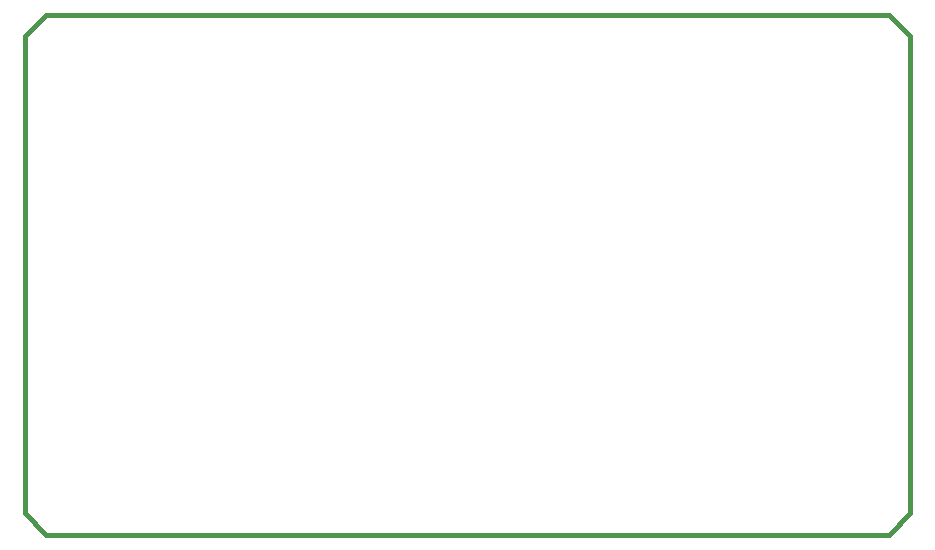
<source format=gbr>
G04 (created by PCBNEW-RS274X (2012-01-19 BZR 3256)-stable) date 16/02/2013 19:01:43*
G01*
G70*
G90*
%MOIN*%
G04 Gerber Fmt 3.4, Leading zero omitted, Abs format*
%FSLAX34Y34*%
G04 APERTURE LIST*
%ADD10C,0.006000*%
%ADD11C,0.015000*%
G04 APERTURE END LIST*
G54D10*
G54D11*
X39764Y-46378D02*
X67244Y-46378D01*
X39055Y-45669D02*
X39764Y-46378D01*
X39055Y-29764D02*
X39055Y-45669D01*
X39764Y-29055D02*
X39055Y-29764D01*
X67874Y-29055D02*
X39764Y-29055D01*
X68583Y-29764D02*
X67874Y-29055D01*
X68583Y-45669D02*
X68583Y-29764D01*
X67874Y-46378D02*
X68583Y-45669D01*
X67244Y-46378D02*
X67874Y-46378D01*
M02*

</source>
